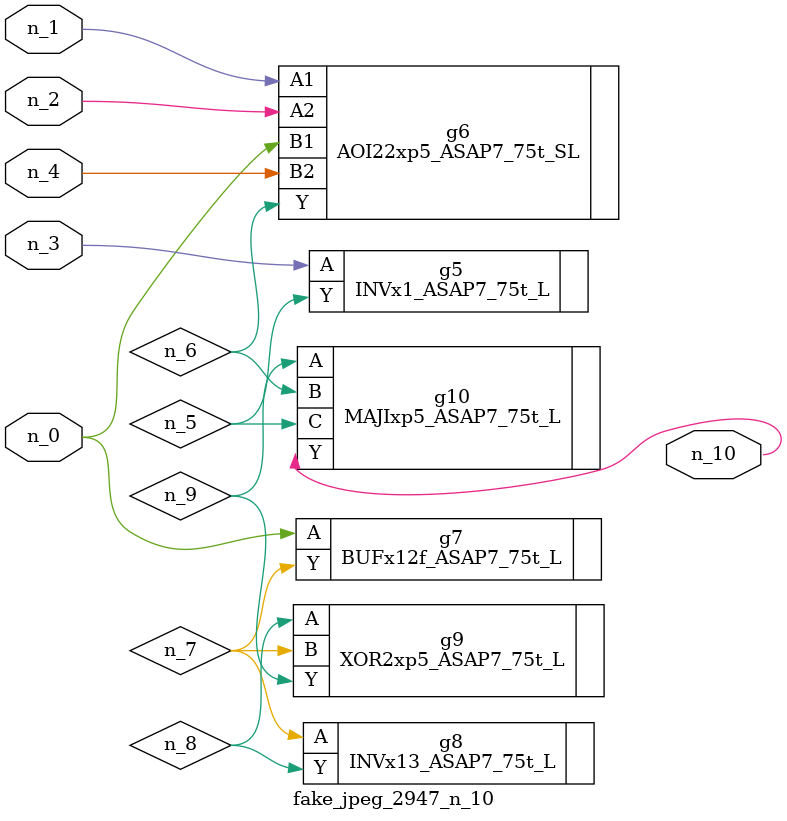
<source format=v>
module fake_jpeg_2947_n_10 (n_3, n_2, n_1, n_0, n_4, n_10);

input n_3;
input n_2;
input n_1;
input n_0;
input n_4;

output n_10;

wire n_8;
wire n_9;
wire n_6;
wire n_5;
wire n_7;

INVx1_ASAP7_75t_L g5 ( 
.A(n_3),
.Y(n_5)
);

AOI22xp5_ASAP7_75t_SL g6 ( 
.A1(n_1),
.A2(n_2),
.B1(n_0),
.B2(n_4),
.Y(n_6)
);

BUFx12f_ASAP7_75t_L g7 ( 
.A(n_0),
.Y(n_7)
);

INVx13_ASAP7_75t_L g8 ( 
.A(n_7),
.Y(n_8)
);

XOR2xp5_ASAP7_75t_L g9 ( 
.A(n_8),
.B(n_7),
.Y(n_9)
);

MAJIxp5_ASAP7_75t_L g10 ( 
.A(n_9),
.B(n_6),
.C(n_5),
.Y(n_10)
);


endmodule
</source>
